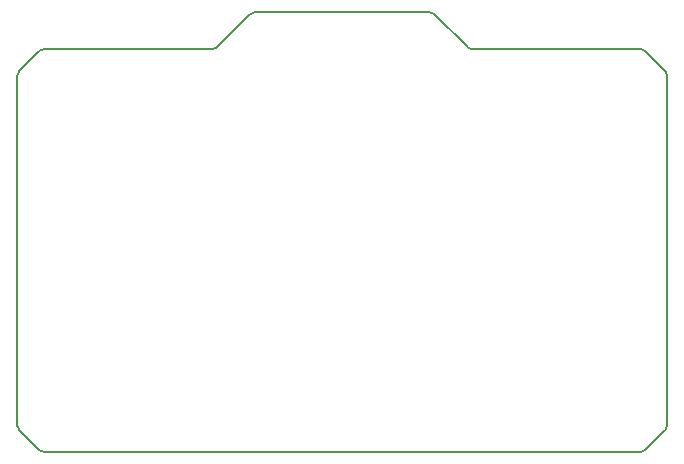
<source format=gm1>
G04 #@! TF.GenerationSoftware,KiCad,Pcbnew,(5.1.4)-1*
G04 #@! TF.CreationDate,2020-01-04T17:24:34+09:00*
G04 #@! TF.ProjectId,battery-pack-pcb,62617474-6572-4792-9d70-61636b2d7063,rev?*
G04 #@! TF.SameCoordinates,PX2faf080PY2faf080*
G04 #@! TF.FileFunction,Profile,NP*
%FSLAX46Y46*%
G04 Gerber Fmt 4.6, Leading zero omitted, Abs format (unit mm)*
G04 Created by KiCad (PCBNEW (5.1.4)-1) date 2020-01-04 17:24:34*
%MOMM*%
%LPD*%
G04 APERTURE LIST*
%ADD10C,0.200000*%
G04 APERTURE END LIST*
D10*
X2207107Y-34596225D02*
G75*
G02X1853553Y-34449779I-1J500000D01*
G01*
X52792893Y-34596225D02*
X2207106Y-34596225D01*
X53146446Y-34449778D02*
G75*
G02X52792893Y-34596225I-353553J353553D01*
G01*
X54853553Y-32742672D02*
X53146446Y-34449779D01*
X55000000Y-32389118D02*
G75*
G02X54853553Y-32742672I-500001J0D01*
G01*
X54999999Y-2710558D02*
X54999999Y-32389118D01*
X54853553Y-2357005D02*
G75*
G02X54999999Y-2710558I-353553J-353553D01*
G01*
X53146446Y-649897D02*
X54853553Y-2357004D01*
X52792892Y-503451D02*
G75*
G02X53146446Y-649897I1J-500000D01*
G01*
X38456783Y-503451D02*
X52792893Y-503451D01*
X38456783Y-503450D02*
G75*
G02X38103230Y-357004I0J499999D01*
G01*
X35296446Y2449780D02*
X38103230Y-357004D01*
X34942892Y2596226D02*
G75*
G02X35296446Y2449780I1J-500000D01*
G01*
X20057106Y2596226D02*
X34942893Y2596226D01*
X19703553Y2449779D02*
G75*
G02X20057106Y2596226I353553J-353553D01*
G01*
X16896769Y-357004D02*
X19703553Y2449780D01*
X16896769Y-357004D02*
G75*
G02X16543216Y-503451I-353553J353553D01*
G01*
X2207106Y-503451D02*
X16543216Y-503451D01*
X1853553Y-649898D02*
G75*
G02X2207106Y-503451I353553J-353553D01*
G01*
X146446Y-2357004D02*
X1853553Y-649897D01*
X-1Y-2710558D02*
G75*
G02X146446Y-2357004I500001J0D01*
G01*
X0Y-32389118D02*
X0Y-2710558D01*
X146446Y-32742671D02*
G75*
G02X0Y-32389118I353553J353553D01*
G01*
X1853553Y-34449779D02*
X146446Y-32742672D01*
M02*

</source>
